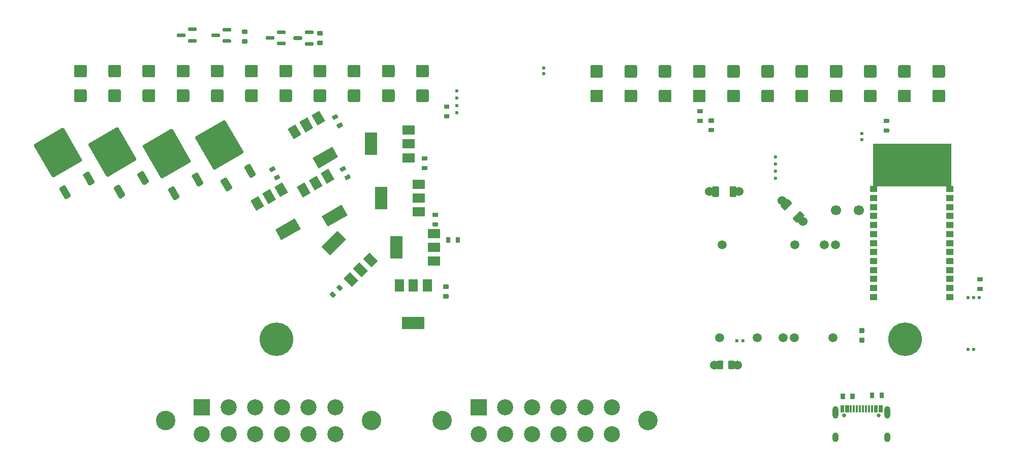
<source format=gts>
G04 #@! TF.GenerationSoftware,KiCad,Pcbnew,7.0.9-7.0.9~ubuntu22.04.1*
G04 #@! TF.CreationDate,2023-12-28T08:03:04+00:00*
G04 #@! TF.ProjectId,uaeficopiedtovfr,75616566-6963-46f7-9069-6564746f7666,rev?*
G04 #@! TF.SameCoordinates,Original*
G04 #@! TF.FileFunction,Soldermask,Top*
G04 #@! TF.FilePolarity,Negative*
%FSLAX46Y46*%
G04 Gerber Fmt 4.6, Leading zero omitted, Abs format (unit mm)*
G04 Created by KiCad (PCBNEW 7.0.9-7.0.9~ubuntu22.04.1) date 2023-12-28 08:03:04*
%MOMM*%
%LPD*%
G01*
G04 APERTURE LIST*
%ADD10C,0.120000*%
%ADD11C,1.524000*%
%ADD12R,2.000000X1.500000*%
%ADD13R,2.000000X3.800000*%
%ADD14R,2.682000X2.682000*%
%ADD15C,2.682000*%
%ADD16C,3.240000*%
%ADD17C,5.600000*%
%ADD18C,0.600000*%
%ADD19R,1.500000X2.000000*%
%ADD20R,3.800000X2.000000*%
%ADD21C,1.500000*%
%ADD22C,1.700000*%
%ADD23C,0.650000*%
%ADD24R,0.300000X1.150000*%
%ADD25O,1.000000X2.100000*%
%ADD26O,1.000000X1.600000*%
%ADD27R,1.300000X1.000000*%
G04 APERTURE END LIST*
G04 #@! TO.C,U2*
D10*
X153712500Y45175000D02*
X140712500Y45175000D01*
X140712500Y52175000D01*
X153712500Y52175000D01*
X153712500Y45175000D01*
G36*
X153712500Y45175000D02*
G01*
X140712500Y45175000D01*
X140712500Y52175000D01*
X153712500Y52175000D01*
X153712500Y45175000D01*
G37*
G04 #@! TD*
D11*
G04 #@! TO.C,R4*
X118105000Y15275000D03*
G36*
G01*
X117650001Y15900000D02*
X117650001Y14650000D01*
G75*
G02*
X117550001Y14550000I-100000J0D01*
G01*
X116750001Y14550000D01*
G75*
G02*
X116650001Y14650000I0J100000D01*
G01*
X116650001Y15900000D01*
G75*
G02*
X116750001Y16000000I100000J0D01*
G01*
X117550001Y16000000D01*
G75*
G02*
X117650001Y15900000I0J-100000D01*
G01*
G37*
G36*
G01*
X115749979Y15900000D02*
X115749979Y14650000D01*
G75*
G02*
X115649979Y14550000I-100000J0D01*
G01*
X114849979Y14550000D01*
G75*
G02*
X114749979Y14650000I0J100000D01*
G01*
X114749979Y15900000D01*
G75*
G02*
X114849979Y16000000I100000J0D01*
G01*
X115649979Y16000000D01*
G75*
G02*
X115749979Y15900000I0J-100000D01*
G01*
G37*
X114295000Y15275000D03*
G04 #@! TD*
G04 #@! TO.C,R1*
G36*
G01*
X142560000Y56325000D02*
X143340000Y56325000D01*
G75*
G02*
X143410000Y56255000I0J-70000D01*
G01*
X143410000Y55695000D01*
G75*
G02*
X143340000Y55625000I-70000J0D01*
G01*
X142560000Y55625000D01*
G75*
G02*
X142490000Y55695000I0J70000D01*
G01*
X142490000Y56255000D01*
G75*
G02*
X142560000Y56325000I70000J0D01*
G01*
G37*
G36*
G01*
X142560000Y54725000D02*
X143340000Y54725000D01*
G75*
G02*
X143410000Y54655000I0J-70000D01*
G01*
X143410000Y54095000D01*
G75*
G02*
X143340000Y54025000I-70000J0D01*
G01*
X142560000Y54025000D01*
G75*
G02*
X142490000Y54095000I0J70000D01*
G01*
X142490000Y54655000D01*
G75*
G02*
X142560000Y54725000I70000J0D01*
G01*
G37*
G04 #@! TD*
D12*
G04 #@! TO.C,Q14*
X67600000Y32575000D03*
X67600000Y34875000D03*
X67600000Y37175000D03*
D13*
X61300000Y34875000D03*
G04 #@! TD*
D14*
G04 #@! TO.C,J4*
X75010000Y8225000D03*
D15*
X79460000Y8225000D03*
X83900000Y8225000D03*
X88350000Y8225000D03*
X92790000Y8225000D03*
X97240000Y8225000D03*
X97240000Y3775000D03*
X92790000Y3775000D03*
X88350000Y3775000D03*
X83900000Y3775000D03*
X79460000Y3775000D03*
X75010000Y3775000D03*
D16*
X68975000Y5995000D03*
X103265000Y5995000D03*
G04 #@! TD*
D17*
G04 #@! TO.C,H2*
X41350000Y19550000D03*
G04 #@! TD*
G04 #@! TO.C,Q8*
G36*
X48717339Y47244005D02*
G01*
X50016377Y47994005D01*
X51016377Y46261955D01*
X49717339Y45511955D01*
X48717339Y47244005D01*
G37*
G36*
X46725481Y46094005D02*
G01*
X48024519Y46844005D01*
X49024519Y45111955D01*
X47725481Y44361955D01*
X46725481Y46094005D01*
G37*
G36*
X44733623Y44944005D02*
G01*
X46032661Y45694005D01*
X47032661Y43961955D01*
X45733623Y43211955D01*
X44733623Y44944005D01*
G37*
G36*
X48879552Y40063045D02*
G01*
X52170448Y41963045D01*
X53170448Y40230995D01*
X49879552Y38330995D01*
X48879552Y40063045D01*
G37*
G04 #@! TD*
G04 #@! TO.C,R8*
G36*
G01*
X142550000Y10615000D02*
X142550000Y9835000D01*
G75*
G02*
X142480000Y9765000I-70000J0D01*
G01*
X141920000Y9765000D01*
G75*
G02*
X141850000Y9835000I0J70000D01*
G01*
X141850000Y10615000D01*
G75*
G02*
X141920000Y10685000I70000J0D01*
G01*
X142480000Y10685000D01*
G75*
G02*
X142550000Y10615000I0J-70000D01*
G01*
G37*
G36*
G01*
X140950000Y10615000D02*
X140950000Y9835000D01*
G75*
G02*
X140880000Y9765000I-70000J0D01*
G01*
X140320000Y9765000D01*
G75*
G02*
X140250000Y9835000I0J70000D01*
G01*
X140250000Y10615000D01*
G75*
G02*
X140320000Y10685000I70000J0D01*
G01*
X140880000Y10685000D01*
G75*
G02*
X140950000Y10615000I0J-70000D01*
G01*
G37*
G04 #@! TD*
G04 #@! TO.C,Q10*
G36*
X54965864Y29367105D02*
G01*
X53905204Y28306445D01*
X52490990Y29720659D01*
X53551650Y30781319D01*
X54965864Y29367105D01*
G37*
G36*
X56592209Y30993451D02*
G01*
X55531549Y29932791D01*
X54117335Y31347005D01*
X55177995Y32407665D01*
X56592209Y30993451D01*
G37*
G36*
X58218555Y32619796D02*
G01*
X57157895Y31559136D01*
X55743681Y32973350D01*
X56804341Y34034010D01*
X58218555Y32619796D01*
G37*
G36*
X52950610Y36261396D02*
G01*
X50263604Y33574390D01*
X48849390Y34988604D01*
X51536396Y37675610D01*
X52950610Y36261396D01*
G37*
G04 #@! TD*
G04 #@! TO.C,R32*
G36*
G01*
X69940000Y26375000D02*
X69160000Y26375000D01*
G75*
G02*
X69090000Y26445000I0J70000D01*
G01*
X69090000Y27005000D01*
G75*
G02*
X69160000Y27075000I70000J0D01*
G01*
X69940000Y27075000D01*
G75*
G02*
X70010000Y27005000I0J-70000D01*
G01*
X70010000Y26445000D01*
G75*
G02*
X69940000Y26375000I-70000J0D01*
G01*
G37*
G36*
G01*
X69940000Y27975000D02*
X69160000Y27975000D01*
G75*
G02*
X69090000Y28045000I0J70000D01*
G01*
X69090000Y28605000D01*
G75*
G02*
X69160000Y28675000I70000J0D01*
G01*
X69940000Y28675000D01*
G75*
G02*
X70010000Y28605000I0J-70000D01*
G01*
X70010000Y28045000D01*
G75*
G02*
X69940000Y27975000I-70000J0D01*
G01*
G37*
G04 #@! TD*
D18*
G04 #@! TO.C,M2*
X156575002Y26550000D03*
X157525002Y26550000D03*
X158475000Y26550000D03*
X157475002Y17850000D03*
X156575002Y17850000D03*
G04 #@! TD*
G04 #@! TO.C,M3*
X71425000Y59750000D03*
X71425000Y60950000D03*
X71425000Y58550000D03*
X71425000Y57350000D03*
X85850000Y63810000D03*
X85850000Y64810000D03*
G04 #@! TD*
G04 #@! TO.C,R2*
G36*
G01*
X112290000Y55625000D02*
X111510000Y55625000D01*
G75*
G02*
X111440000Y55695000I0J70000D01*
G01*
X111440000Y56255000D01*
G75*
G02*
X111510000Y56325000I70000J0D01*
G01*
X112290000Y56325000D01*
G75*
G02*
X112360000Y56255000I0J-70000D01*
G01*
X112360000Y55695000D01*
G75*
G02*
X112290000Y55625000I-70000J0D01*
G01*
G37*
G36*
G01*
X112290000Y57225000D02*
X111510000Y57225000D01*
G75*
G02*
X111440000Y57295000I0J70000D01*
G01*
X111440000Y57855000D01*
G75*
G02*
X111510000Y57925000I70000J0D01*
G01*
X112290000Y57925000D01*
G75*
G02*
X112360000Y57855000I0J-70000D01*
G01*
X112360000Y57295000D01*
G75*
G02*
X112290000Y57225000I-70000J0D01*
G01*
G37*
G04 #@! TD*
G04 #@! TO.C,R31*
G36*
G01*
X68190000Y38375000D02*
X67410000Y38375000D01*
G75*
G02*
X67340000Y38445000I0J70000D01*
G01*
X67340000Y39005000D01*
G75*
G02*
X67410000Y39075000I70000J0D01*
G01*
X68190000Y39075000D01*
G75*
G02*
X68260000Y39005000I0J-70000D01*
G01*
X68260000Y38445000D01*
G75*
G02*
X68190000Y38375000I-70000J0D01*
G01*
G37*
G36*
G01*
X68190000Y39975000D02*
X67410000Y39975000D01*
G75*
G02*
X67340000Y40045000I0J70000D01*
G01*
X67340000Y40605000D01*
G75*
G02*
X67410000Y40675000I70000J0D01*
G01*
X68190000Y40675000D01*
G75*
G02*
X68260000Y40605000I0J-70000D01*
G01*
X68260000Y40045000D01*
G75*
G02*
X68190000Y39975000I-70000J0D01*
G01*
G37*
G04 #@! TD*
G04 #@! TO.C,R23*
G36*
G01*
X40137250Y48025929D02*
X40812750Y48415929D01*
G75*
G02*
X40908372Y48390307I35000J-60622D01*
G01*
X41188372Y47905333D01*
G75*
G02*
X41162750Y47809711I-60622J-35000D01*
G01*
X40487250Y47419711D01*
G75*
G02*
X40391628Y47445333I-35000J60622D01*
G01*
X40111628Y47930307D01*
G75*
G02*
X40137250Y48025929I60622J35000D01*
G01*
G37*
G36*
G01*
X40937250Y46640289D02*
X41612750Y47030289D01*
G75*
G02*
X41708372Y47004667I35000J-60622D01*
G01*
X41988372Y46519693D01*
G75*
G02*
X41962750Y46424071I-60622J-35000D01*
G01*
X41287250Y46034071D01*
G75*
G02*
X41191628Y46059693I-35000J60622D01*
G01*
X40911628Y46544667D01*
G75*
G02*
X40937250Y46640289I60622J35000D01*
G01*
G37*
G04 #@! TD*
D19*
G04 #@! TO.C,Q16*
X66450000Y28575000D03*
X64150000Y28575000D03*
X61850000Y28575000D03*
D20*
X64150000Y22275000D03*
G04 #@! TD*
G04 #@! TO.C,Q9*
G36*
X40967339Y44994005D02*
G01*
X42266377Y45744005D01*
X43266377Y44011955D01*
X41967339Y43261955D01*
X40967339Y44994005D01*
G37*
G36*
X38975481Y43844005D02*
G01*
X40274519Y44594005D01*
X41274519Y42861955D01*
X39975481Y42111955D01*
X38975481Y43844005D01*
G37*
G36*
X36983623Y42694005D02*
G01*
X38282661Y43444005D01*
X39282661Y41711955D01*
X37983623Y40961955D01*
X36983623Y42694005D01*
G37*
G36*
X41129552Y37813045D02*
G01*
X44420448Y39713045D01*
X45420448Y37980995D01*
X42129552Y36080995D01*
X41129552Y37813045D01*
G37*
G04 #@! TD*
D21*
G04 #@! TO.C,M1*
X134024999Y19800005D03*
X127625002Y19800005D03*
X125724999Y19800005D03*
X121424999Y19800005D03*
D18*
X119025002Y19350006D03*
X118025001Y19350006D03*
D21*
X115174999Y19800005D03*
X134475001Y35300002D03*
X132625002Y35300002D03*
X127674999Y35300002D03*
X115625001Y35300002D03*
G04 #@! TD*
D12*
G04 #@! TO.C,Q13*
X63350000Y49825000D03*
X63350000Y52125000D03*
X63350000Y54425000D03*
D13*
X57050000Y52125000D03*
G04 #@! TD*
G04 #@! TO.C,R26*
G36*
G01*
X36440000Y68875000D02*
X35660000Y68875000D01*
G75*
G02*
X35590000Y68945000I0J70000D01*
G01*
X35590000Y69505000D01*
G75*
G02*
X35660000Y69575000I70000J0D01*
G01*
X36440000Y69575000D01*
G75*
G02*
X36510000Y69505000I0J-70000D01*
G01*
X36510000Y68945000D01*
G75*
G02*
X36440000Y68875000I-70000J0D01*
G01*
G37*
G36*
G01*
X36440000Y70475000D02*
X35660000Y70475000D01*
G75*
G02*
X35590000Y70545000I0J70000D01*
G01*
X35590000Y71105000D01*
G75*
G02*
X35660000Y71175000I70000J0D01*
G01*
X36440000Y71175000D01*
G75*
G02*
X36510000Y71105000I0J-70000D01*
G01*
X36510000Y70545000D01*
G75*
G02*
X36440000Y70475000I-70000J0D01*
G01*
G37*
G04 #@! TD*
G04 #@! TO.C,C1*
G36*
G01*
X139190000Y19009999D02*
X138510000Y19009999D01*
G75*
G02*
X138425000Y19094999I0J85000D01*
G01*
X138425000Y19774999D01*
G75*
G02*
X138510000Y19859999I85000J0D01*
G01*
X139190000Y19859999D01*
G75*
G02*
X139275000Y19774999I0J-85000D01*
G01*
X139275000Y19094999D01*
G75*
G02*
X139190000Y19009999I-85000J0D01*
G01*
G37*
G36*
G01*
X139190000Y20590001D02*
X138510000Y20590001D01*
G75*
G02*
X138425000Y20675001I0J85000D01*
G01*
X138425000Y21355001D01*
G75*
G02*
X138510000Y21440001I85000J0D01*
G01*
X139190000Y21440001D01*
G75*
G02*
X139275000Y21355001I0J-85000D01*
G01*
X139275000Y20675001D01*
G75*
G02*
X139190000Y20590001I-85000J0D01*
G01*
G37*
G04 #@! TD*
G04 #@! TO.C,Q7*
G36*
X47167339Y56944005D02*
G01*
X48466377Y57694005D01*
X49466377Y55961955D01*
X48167339Y55211955D01*
X47167339Y56944005D01*
G37*
G36*
X45175481Y55794005D02*
G01*
X46474519Y56544005D01*
X47474519Y54811955D01*
X46175481Y54061955D01*
X45175481Y55794005D01*
G37*
G36*
X43183623Y54644005D02*
G01*
X44482661Y55394005D01*
X45482661Y53661955D01*
X44183623Y52911955D01*
X43183623Y54644005D01*
G37*
G36*
X47329552Y49763045D02*
G01*
X50620448Y51663045D01*
X51620448Y49930995D01*
X48329552Y48030995D01*
X47329552Y49763045D01*
G37*
G04 #@! TD*
G04 #@! TO.C,R30*
G36*
G01*
X69600000Y35735000D02*
X69600000Y36515000D01*
G75*
G02*
X69670000Y36585000I70000J0D01*
G01*
X70230000Y36585000D01*
G75*
G02*
X70300000Y36515000I0J-70000D01*
G01*
X70300000Y35735000D01*
G75*
G02*
X70230000Y35665000I-70000J0D01*
G01*
X69670000Y35665000D01*
G75*
G02*
X69600000Y35735000I0J70000D01*
G01*
G37*
G36*
G01*
X71200000Y35735000D02*
X71200000Y36515000D01*
G75*
G02*
X71270000Y36585000I70000J0D01*
G01*
X71830000Y36585000D01*
G75*
G02*
X71900000Y36515000I0J-70000D01*
G01*
X71900000Y35735000D01*
G75*
G02*
X71830000Y35665000I-70000J0D01*
G01*
X71270000Y35665000D01*
G75*
G02*
X71200000Y35735000I0J70000D01*
G01*
G37*
G04 #@! TD*
G04 #@! TO.C,U1*
G36*
G01*
X64625000Y59375001D02*
X64625000Y60974999D01*
G75*
G02*
X64875001Y61225000I250001J0D01*
G01*
X66474999Y61225000D01*
G75*
G02*
X66725000Y60974999I0J-250001D01*
G01*
X66725000Y59375001D01*
G75*
G02*
X66474999Y59125000I-250001J0D01*
G01*
X64875001Y59125000D01*
G75*
G02*
X64625000Y59375001I0J250001D01*
G01*
G37*
G36*
G01*
X58925000Y59375001D02*
X58925000Y60974999D01*
G75*
G02*
X59175001Y61225000I250001J0D01*
G01*
X60774999Y61225000D01*
G75*
G02*
X61025000Y60974999I0J-250001D01*
G01*
X61025000Y59375001D01*
G75*
G02*
X60774999Y59125000I-250001J0D01*
G01*
X59175001Y59125000D01*
G75*
G02*
X58925000Y59375001I0J250001D01*
G01*
G37*
G36*
G01*
X53225000Y59375001D02*
X53225000Y60974999D01*
G75*
G02*
X53475001Y61225000I250001J0D01*
G01*
X55074999Y61225000D01*
G75*
G02*
X55325000Y60974999I0J-250001D01*
G01*
X55325000Y59375001D01*
G75*
G02*
X55074999Y59125000I-250001J0D01*
G01*
X53475001Y59125000D01*
G75*
G02*
X53225000Y59375001I0J250001D01*
G01*
G37*
G36*
G01*
X47525000Y59375001D02*
X47525000Y60974999D01*
G75*
G02*
X47775001Y61225000I250001J0D01*
G01*
X49374999Y61225000D01*
G75*
G02*
X49625000Y60974999I0J-250001D01*
G01*
X49625000Y59375001D01*
G75*
G02*
X49374999Y59125000I-250001J0D01*
G01*
X47775001Y59125000D01*
G75*
G02*
X47525000Y59375001I0J250001D01*
G01*
G37*
G36*
G01*
X41825000Y59375001D02*
X41825000Y60974999D01*
G75*
G02*
X42075001Y61225000I250001J0D01*
G01*
X43674999Y61225000D01*
G75*
G02*
X43925000Y60974999I0J-250001D01*
G01*
X43925000Y59375001D01*
G75*
G02*
X43674999Y59125000I-250001J0D01*
G01*
X42075001Y59125000D01*
G75*
G02*
X41825000Y59375001I0J250001D01*
G01*
G37*
G36*
G01*
X36125000Y59375001D02*
X36125000Y60974999D01*
G75*
G02*
X36375001Y61225000I250001J0D01*
G01*
X37974999Y61225000D01*
G75*
G02*
X38225000Y60974999I0J-250001D01*
G01*
X38225000Y59375001D01*
G75*
G02*
X37974999Y59125000I-250001J0D01*
G01*
X36375001Y59125000D01*
G75*
G02*
X36125000Y59375001I0J250001D01*
G01*
G37*
G36*
G01*
X30425000Y59375001D02*
X30425000Y60974999D01*
G75*
G02*
X30675001Y61225000I250001J0D01*
G01*
X32274999Y61225000D01*
G75*
G02*
X32525000Y60974999I0J-250001D01*
G01*
X32525000Y59375001D01*
G75*
G02*
X32274999Y59125000I-250001J0D01*
G01*
X30675001Y59125000D01*
G75*
G02*
X30425000Y59375001I0J250001D01*
G01*
G37*
G36*
G01*
X24725000Y59375001D02*
X24725000Y60974999D01*
G75*
G02*
X24975001Y61225000I250001J0D01*
G01*
X26574999Y61225000D01*
G75*
G02*
X26825000Y60974999I0J-250001D01*
G01*
X26825000Y59375001D01*
G75*
G02*
X26574999Y59125000I-250001J0D01*
G01*
X24975001Y59125000D01*
G75*
G02*
X24725000Y59375001I0J250001D01*
G01*
G37*
G36*
G01*
X19025000Y59375001D02*
X19025000Y60974999D01*
G75*
G02*
X19275001Y61225000I250001J0D01*
G01*
X20874999Y61225000D01*
G75*
G02*
X21125000Y60974999I0J-250001D01*
G01*
X21125000Y59375001D01*
G75*
G02*
X20874999Y59125000I-250001J0D01*
G01*
X19275001Y59125000D01*
G75*
G02*
X19025000Y59375001I0J250001D01*
G01*
G37*
G36*
G01*
X13325000Y59375001D02*
X13325000Y60974999D01*
G75*
G02*
X13575001Y61225000I250001J0D01*
G01*
X15174999Y61225000D01*
G75*
G02*
X15425000Y60974999I0J-250001D01*
G01*
X15425000Y59375001D01*
G75*
G02*
X15174999Y59125000I-250001J0D01*
G01*
X13575001Y59125000D01*
G75*
G02*
X13325000Y59375001I0J250001D01*
G01*
G37*
G36*
G01*
X7625000Y59375001D02*
X7625000Y60974999D01*
G75*
G02*
X7875001Y61225000I250001J0D01*
G01*
X9474999Y61225000D01*
G75*
G02*
X9725000Y60974999I0J-250001D01*
G01*
X9725000Y59375001D01*
G75*
G02*
X9474999Y59125000I-250001J0D01*
G01*
X7875001Y59125000D01*
G75*
G02*
X7625000Y59375001I0J250001D01*
G01*
G37*
G36*
G01*
X64625000Y63475001D02*
X64625000Y65074999D01*
G75*
G02*
X64875001Y65325000I250001J0D01*
G01*
X66474999Y65325000D01*
G75*
G02*
X66725000Y65074999I0J-250001D01*
G01*
X66725000Y63475001D01*
G75*
G02*
X66474999Y63225000I-250001J0D01*
G01*
X64875001Y63225000D01*
G75*
G02*
X64625000Y63475001I0J250001D01*
G01*
G37*
G36*
G01*
X58925000Y63475001D02*
X58925000Y65074999D01*
G75*
G02*
X59175001Y65325000I250001J0D01*
G01*
X60774999Y65325000D01*
G75*
G02*
X61025000Y65074999I0J-250001D01*
G01*
X61025000Y63475001D01*
G75*
G02*
X60774999Y63225000I-250001J0D01*
G01*
X59175001Y63225000D01*
G75*
G02*
X58925000Y63475001I0J250001D01*
G01*
G37*
G36*
G01*
X53225000Y63475001D02*
X53225000Y65074999D01*
G75*
G02*
X53475001Y65325000I250001J0D01*
G01*
X55074999Y65325000D01*
G75*
G02*
X55325000Y65074999I0J-250001D01*
G01*
X55325000Y63475001D01*
G75*
G02*
X55074999Y63225000I-250001J0D01*
G01*
X53475001Y63225000D01*
G75*
G02*
X53225000Y63475001I0J250001D01*
G01*
G37*
G36*
G01*
X47525000Y63475001D02*
X47525000Y65074999D01*
G75*
G02*
X47775001Y65325000I250001J0D01*
G01*
X49374999Y65325000D01*
G75*
G02*
X49625000Y65074999I0J-250001D01*
G01*
X49625000Y63475001D01*
G75*
G02*
X49374999Y63225000I-250001J0D01*
G01*
X47775001Y63225000D01*
G75*
G02*
X47525000Y63475001I0J250001D01*
G01*
G37*
G36*
G01*
X41825000Y63475001D02*
X41825000Y65074999D01*
G75*
G02*
X42075001Y65325000I250001J0D01*
G01*
X43674999Y65325000D01*
G75*
G02*
X43925000Y65074999I0J-250001D01*
G01*
X43925000Y63475001D01*
G75*
G02*
X43674999Y63225000I-250001J0D01*
G01*
X42075001Y63225000D01*
G75*
G02*
X41825000Y63475001I0J250001D01*
G01*
G37*
G36*
G01*
X36125000Y63475001D02*
X36125000Y65074999D01*
G75*
G02*
X36375001Y65325000I250001J0D01*
G01*
X37974999Y65325000D01*
G75*
G02*
X38225000Y65074999I0J-250001D01*
G01*
X38225000Y63475001D01*
G75*
G02*
X37974999Y63225000I-250001J0D01*
G01*
X36375001Y63225000D01*
G75*
G02*
X36125000Y63475001I0J250001D01*
G01*
G37*
G36*
G01*
X30425000Y63475001D02*
X30425000Y65074999D01*
G75*
G02*
X30675001Y65325000I250001J0D01*
G01*
X32274999Y65325000D01*
G75*
G02*
X32525000Y65074999I0J-250001D01*
G01*
X32525000Y63475001D01*
G75*
G02*
X32274999Y63225000I-250001J0D01*
G01*
X30675001Y63225000D01*
G75*
G02*
X30425000Y63475001I0J250001D01*
G01*
G37*
G36*
G01*
X24725000Y63475001D02*
X24725000Y65074999D01*
G75*
G02*
X24975001Y65325000I250001J0D01*
G01*
X26574999Y65325000D01*
G75*
G02*
X26825000Y65074999I0J-250001D01*
G01*
X26825000Y63475001D01*
G75*
G02*
X26574999Y63225000I-250001J0D01*
G01*
X24975001Y63225000D01*
G75*
G02*
X24725000Y63475001I0J250001D01*
G01*
G37*
G36*
G01*
X19025000Y63475001D02*
X19025000Y65074999D01*
G75*
G02*
X19275001Y65325000I250001J0D01*
G01*
X20874999Y65325000D01*
G75*
G02*
X21125000Y65074999I0J-250001D01*
G01*
X21125000Y63475001D01*
G75*
G02*
X20874999Y63225000I-250001J0D01*
G01*
X19275001Y63225000D01*
G75*
G02*
X19025000Y63475001I0J250001D01*
G01*
G37*
G36*
G01*
X13325000Y63475001D02*
X13325000Y65074999D01*
G75*
G02*
X13575001Y65325000I250001J0D01*
G01*
X15174999Y65325000D01*
G75*
G02*
X15425000Y65074999I0J-250001D01*
G01*
X15425000Y63475001D01*
G75*
G02*
X15174999Y63225000I-250001J0D01*
G01*
X13575001Y63225000D01*
G75*
G02*
X13325000Y63475001I0J250001D01*
G01*
G37*
G36*
G01*
X7625000Y63475001D02*
X7625000Y65074999D01*
G75*
G02*
X7875001Y65325000I250001J0D01*
G01*
X9474999Y65325000D01*
G75*
G02*
X9725000Y65074999I0J-250001D01*
G01*
X9725000Y63475001D01*
G75*
G02*
X9474999Y63225000I-250001J0D01*
G01*
X7875001Y63225000D01*
G75*
G02*
X7625000Y63475001I0J250001D01*
G01*
G37*
G36*
G01*
X150625000Y59325001D02*
X150625000Y60924999D01*
G75*
G02*
X150875001Y61175000I250001J0D01*
G01*
X152474999Y61175000D01*
G75*
G02*
X152725000Y60924999I0J-250001D01*
G01*
X152725000Y59325001D01*
G75*
G02*
X152474999Y59075000I-250001J0D01*
G01*
X150875001Y59075000D01*
G75*
G02*
X150625000Y59325001I0J250001D01*
G01*
G37*
G36*
G01*
X144925000Y59325001D02*
X144925000Y60924999D01*
G75*
G02*
X145175001Y61175000I250001J0D01*
G01*
X146774999Y61175000D01*
G75*
G02*
X147025000Y60924999I0J-250001D01*
G01*
X147025000Y59325001D01*
G75*
G02*
X146774999Y59075000I-250001J0D01*
G01*
X145175001Y59075000D01*
G75*
G02*
X144925000Y59325001I0J250001D01*
G01*
G37*
G36*
G01*
X139225000Y59325001D02*
X139225000Y60924999D01*
G75*
G02*
X139475001Y61175000I250001J0D01*
G01*
X141074999Y61175000D01*
G75*
G02*
X141325000Y60924999I0J-250001D01*
G01*
X141325000Y59325001D01*
G75*
G02*
X141074999Y59075000I-250001J0D01*
G01*
X139475001Y59075000D01*
G75*
G02*
X139225000Y59325001I0J250001D01*
G01*
G37*
G36*
G01*
X133525000Y59325001D02*
X133525000Y60924999D01*
G75*
G02*
X133775001Y61175000I250001J0D01*
G01*
X135374999Y61175000D01*
G75*
G02*
X135625000Y60924999I0J-250001D01*
G01*
X135625000Y59325001D01*
G75*
G02*
X135374999Y59075000I-250001J0D01*
G01*
X133775001Y59075000D01*
G75*
G02*
X133525000Y59325001I0J250001D01*
G01*
G37*
G36*
G01*
X127825000Y59325001D02*
X127825000Y60924999D01*
G75*
G02*
X128075001Y61175000I250001J0D01*
G01*
X129674999Y61175000D01*
G75*
G02*
X129925000Y60924999I0J-250001D01*
G01*
X129925000Y59325001D01*
G75*
G02*
X129674999Y59075000I-250001J0D01*
G01*
X128075001Y59075000D01*
G75*
G02*
X127825000Y59325001I0J250001D01*
G01*
G37*
G36*
G01*
X122125000Y59325001D02*
X122125000Y60924999D01*
G75*
G02*
X122375001Y61175000I250001J0D01*
G01*
X123974999Y61175000D01*
G75*
G02*
X124225000Y60924999I0J-250001D01*
G01*
X124225000Y59325001D01*
G75*
G02*
X123974999Y59075000I-250001J0D01*
G01*
X122375001Y59075000D01*
G75*
G02*
X122125000Y59325001I0J250001D01*
G01*
G37*
G36*
G01*
X116425000Y59325001D02*
X116425000Y60924999D01*
G75*
G02*
X116675001Y61175000I250001J0D01*
G01*
X118274999Y61175000D01*
G75*
G02*
X118525000Y60924999I0J-250001D01*
G01*
X118525000Y59325001D01*
G75*
G02*
X118274999Y59075000I-250001J0D01*
G01*
X116675001Y59075000D01*
G75*
G02*
X116425000Y59325001I0J250001D01*
G01*
G37*
G36*
G01*
X110725000Y59325001D02*
X110725000Y60924999D01*
G75*
G02*
X110975001Y61175000I250001J0D01*
G01*
X112574999Y61175000D01*
G75*
G02*
X112825000Y60924999I0J-250001D01*
G01*
X112825000Y59325001D01*
G75*
G02*
X112574999Y59075000I-250001J0D01*
G01*
X110975001Y59075000D01*
G75*
G02*
X110725000Y59325001I0J250001D01*
G01*
G37*
G36*
G01*
X105025000Y59325001D02*
X105025000Y60924999D01*
G75*
G02*
X105275001Y61175000I250001J0D01*
G01*
X106874999Y61175000D01*
G75*
G02*
X107125000Y60924999I0J-250001D01*
G01*
X107125000Y59325001D01*
G75*
G02*
X106874999Y59075000I-250001J0D01*
G01*
X105275001Y59075000D01*
G75*
G02*
X105025000Y59325001I0J250001D01*
G01*
G37*
G36*
G01*
X99325000Y59325001D02*
X99325000Y60924999D01*
G75*
G02*
X99575001Y61175000I250001J0D01*
G01*
X101174999Y61175000D01*
G75*
G02*
X101425000Y60924999I0J-250001D01*
G01*
X101425000Y59325001D01*
G75*
G02*
X101174999Y59075000I-250001J0D01*
G01*
X99575001Y59075000D01*
G75*
G02*
X99325000Y59325001I0J250001D01*
G01*
G37*
G36*
G01*
X93625000Y59325001D02*
X93625000Y60924999D01*
G75*
G02*
X93875001Y61175000I250001J0D01*
G01*
X95474999Y61175000D01*
G75*
G02*
X95725000Y60924999I0J-250001D01*
G01*
X95725000Y59325001D01*
G75*
G02*
X95474999Y59075000I-250001J0D01*
G01*
X93875001Y59075000D01*
G75*
G02*
X93625000Y59325001I0J250001D01*
G01*
G37*
G36*
G01*
X150625000Y63425001D02*
X150625000Y65024999D01*
G75*
G02*
X150875001Y65275000I250001J0D01*
G01*
X152474999Y65275000D01*
G75*
G02*
X152725000Y65024999I0J-250001D01*
G01*
X152725000Y63425001D01*
G75*
G02*
X152474999Y63175000I-250001J0D01*
G01*
X150875001Y63175000D01*
G75*
G02*
X150625000Y63425001I0J250001D01*
G01*
G37*
G36*
G01*
X144925000Y63425001D02*
X144925000Y65024999D01*
G75*
G02*
X145175001Y65275000I250001J0D01*
G01*
X146774999Y65275000D01*
G75*
G02*
X147025000Y65024999I0J-250001D01*
G01*
X147025000Y63425001D01*
G75*
G02*
X146774999Y63175000I-250001J0D01*
G01*
X145175001Y63175000D01*
G75*
G02*
X144925000Y63425001I0J250001D01*
G01*
G37*
G36*
G01*
X139225000Y63425001D02*
X139225000Y65024999D01*
G75*
G02*
X139475001Y65275000I250001J0D01*
G01*
X141074999Y65275000D01*
G75*
G02*
X141325000Y65024999I0J-250001D01*
G01*
X141325000Y63425001D01*
G75*
G02*
X141074999Y63175000I-250001J0D01*
G01*
X139475001Y63175000D01*
G75*
G02*
X139225000Y63425001I0J250001D01*
G01*
G37*
G36*
G01*
X133525000Y63425001D02*
X133525000Y65024999D01*
G75*
G02*
X133775001Y65275000I250001J0D01*
G01*
X135374999Y65275000D01*
G75*
G02*
X135625000Y65024999I0J-250001D01*
G01*
X135625000Y63425001D01*
G75*
G02*
X135374999Y63175000I-250001J0D01*
G01*
X133775001Y63175000D01*
G75*
G02*
X133525000Y63425001I0J250001D01*
G01*
G37*
G36*
G01*
X127825000Y63425001D02*
X127825000Y65024999D01*
G75*
G02*
X128075001Y65275000I250001J0D01*
G01*
X129674999Y65275000D01*
G75*
G02*
X129925000Y65024999I0J-250001D01*
G01*
X129925000Y63425001D01*
G75*
G02*
X129674999Y63175000I-250001J0D01*
G01*
X128075001Y63175000D01*
G75*
G02*
X127825000Y63425001I0J250001D01*
G01*
G37*
G36*
G01*
X122125000Y63425001D02*
X122125000Y65024999D01*
G75*
G02*
X122375001Y65275000I250001J0D01*
G01*
X123974999Y65275000D01*
G75*
G02*
X124225000Y65024999I0J-250001D01*
G01*
X124225000Y63425001D01*
G75*
G02*
X123974999Y63175000I-250001J0D01*
G01*
X122375001Y63175000D01*
G75*
G02*
X122125000Y63425001I0J250001D01*
G01*
G37*
G36*
G01*
X116425000Y63425001D02*
X116425000Y65024999D01*
G75*
G02*
X116675001Y65275000I250001J0D01*
G01*
X118274999Y65275000D01*
G75*
G02*
X118525000Y65024999I0J-250001D01*
G01*
X118525000Y63425001D01*
G75*
G02*
X118274999Y63175000I-250001J0D01*
G01*
X116675001Y63175000D01*
G75*
G02*
X116425000Y63425001I0J250001D01*
G01*
G37*
G36*
G01*
X110725000Y63425001D02*
X110725000Y65024999D01*
G75*
G02*
X110975001Y65275000I250001J0D01*
G01*
X112574999Y65275000D01*
G75*
G02*
X112825000Y65024999I0J-250001D01*
G01*
X112825000Y63425001D01*
G75*
G02*
X112574999Y63175000I-250001J0D01*
G01*
X110975001Y63175000D01*
G75*
G02*
X110725000Y63425001I0J250001D01*
G01*
G37*
G36*
G01*
X105025000Y63425001D02*
X105025000Y65024999D01*
G75*
G02*
X105275001Y65275000I250001J0D01*
G01*
X106874999Y65275000D01*
G75*
G02*
X107125000Y65024999I0J-250001D01*
G01*
X107125000Y63425001D01*
G75*
G02*
X106874999Y63175000I-250001J0D01*
G01*
X105275001Y63175000D01*
G75*
G02*
X105025000Y63425001I0J250001D01*
G01*
G37*
G36*
G01*
X99325000Y63425001D02*
X99325000Y65024999D01*
G75*
G02*
X99575001Y65275000I250001J0D01*
G01*
X101174999Y65275000D01*
G75*
G02*
X101425000Y65024999I0J-250001D01*
G01*
X101425000Y63425001D01*
G75*
G02*
X101174999Y63175000I-250001J0D01*
G01*
X99575001Y63175000D01*
G75*
G02*
X99325000Y63425001I0J250001D01*
G01*
G37*
G36*
G01*
X93625000Y63425001D02*
X93625000Y65024999D01*
G75*
G02*
X93875001Y65275000I250001J0D01*
G01*
X95474999Y65275000D01*
G75*
G02*
X95725000Y65024999I0J-250001D01*
G01*
X95725000Y63425001D01*
G75*
G02*
X95474999Y63175000I-250001J0D01*
G01*
X93875001Y63175000D01*
G75*
G02*
X93625000Y63425001I0J250001D01*
G01*
G37*
G04 #@! TD*
G04 #@! TO.C,R24*
G36*
G01*
X50762600Y26486056D02*
X50211056Y27037600D01*
G75*
G02*
X50211056Y27136594I49497J49497D01*
G01*
X50607036Y27532574D01*
G75*
G02*
X50706030Y27532574I49497J-49497D01*
G01*
X51257574Y26981030D01*
G75*
G02*
X51257574Y26882036I-49497J-49497D01*
G01*
X50861594Y26486056D01*
G75*
G02*
X50762600Y26486056I-49497J49497D01*
G01*
G37*
G36*
G01*
X51893970Y27617426D02*
X51342426Y28168970D01*
G75*
G02*
X51342426Y28267964I49497J49497D01*
G01*
X51738406Y28663944D01*
G75*
G02*
X51837400Y28663944I49497J-49497D01*
G01*
X52388944Y28112400D01*
G75*
G02*
X52388944Y28013406I-49497J-49497D01*
G01*
X51992964Y27617426D01*
G75*
G02*
X51893970Y27617426I-49497J49497D01*
G01*
G37*
G04 #@! TD*
D18*
G04 #@! TO.C,M4*
X124475000Y48800000D03*
X124475000Y50000000D03*
X124475000Y47600000D03*
X124475000Y46400000D03*
X138900000Y52860000D03*
X138900000Y53860000D03*
G04 #@! TD*
D22*
G04 #@! TO.C,P3*
X134550000Y41075000D03*
G04 #@! TD*
D23*
G04 #@! TO.C,J9*
X135910000Y6880000D03*
X141690000Y6880000D03*
D24*
X135450000Y7945000D03*
X136250000Y7945000D03*
X137550000Y7945000D03*
X138550000Y7945000D03*
X139050000Y7945000D03*
X140050000Y7945000D03*
X141350000Y7945000D03*
X142150000Y7945000D03*
X141850000Y7945000D03*
X141050000Y7945000D03*
X140550000Y7945000D03*
X139550000Y7945000D03*
X138050000Y7945000D03*
X137050000Y7945000D03*
X136550000Y7945000D03*
X135750000Y7945000D03*
D25*
X134480000Y7380000D03*
D26*
X134480000Y3200000D03*
D25*
X143120000Y7380000D03*
D26*
X143120000Y3200000D03*
G04 #@! TD*
D17*
G04 #@! TO.C,H1*
X146050000Y19550000D03*
G04 #@! TD*
G04 #@! TO.C,Q3*
G36*
G01*
X25095382Y43138319D02*
X24489164Y42788319D01*
G75*
G02*
X24147658Y42879825I-125000J216506D01*
G01*
X23297658Y44352069D01*
G75*
G02*
X23389164Y44693575I216506J125000D01*
G01*
X23995382Y45043575D01*
G75*
G02*
X24336888Y44952069I125000J-216506D01*
G01*
X25186888Y43479825D01*
G75*
G02*
X25095382Y43138319I-216506J-125000D01*
G01*
G37*
G36*
G01*
X26961781Y49065627D02*
X22371842Y46415624D01*
G75*
G02*
X22030339Y46507129I-124999J216504D01*
G01*
X19080336Y51616684D01*
G75*
G02*
X19171842Y51958187I216504J124999D01*
G01*
X23761781Y54608190D01*
G75*
G02*
X24103283Y54516684I124998J-216504D01*
G01*
X27053286Y49407129D01*
G75*
G02*
X26961781Y49065627I-216504J-124998D01*
G01*
G37*
G36*
G01*
X29044458Y45418319D02*
X28438240Y45068319D01*
G75*
G02*
X28096734Y45159825I-125000J216506D01*
G01*
X27246734Y46632069D01*
G75*
G02*
X27338240Y46973575I216506J125000D01*
G01*
X27944458Y47323575D01*
G75*
G02*
X28285964Y47232069I125000J-216506D01*
G01*
X29135964Y45759825D01*
G75*
G02*
X29044458Y45418319I-216506J-125000D01*
G01*
G37*
G04 #@! TD*
G04 #@! TO.C,D7*
G36*
G01*
X28075000Y69475000D02*
X28075000Y69175000D01*
G75*
G02*
X27925000Y69025000I-150000J0D01*
G01*
X26750000Y69025000D01*
G75*
G02*
X26600000Y69175000I0J150000D01*
G01*
X26600000Y69475000D01*
G75*
G02*
X26750000Y69625000I150000J0D01*
G01*
X27925000Y69625000D01*
G75*
G02*
X28075000Y69475000I0J-150000D01*
G01*
G37*
G36*
G01*
X26200000Y70425000D02*
X26200000Y70125000D01*
G75*
G02*
X26050000Y69975000I-150000J0D01*
G01*
X24875000Y69975000D01*
G75*
G02*
X24725000Y70125000I0J150000D01*
G01*
X24725000Y70425000D01*
G75*
G02*
X24875000Y70575000I150000J0D01*
G01*
X26050000Y70575000D01*
G75*
G02*
X26200000Y70425000I0J-150000D01*
G01*
G37*
G36*
G01*
X28075000Y71375000D02*
X28075000Y71075000D01*
G75*
G02*
X27925000Y70925000I-150000J0D01*
G01*
X26750000Y70925000D01*
G75*
G02*
X26600000Y71075000I0J150000D01*
G01*
X26600000Y71375000D01*
G75*
G02*
X26750000Y71525000I150000J0D01*
G01*
X27925000Y71525000D01*
G75*
G02*
X28075000Y71375000I0J-150000D01*
G01*
G37*
G04 #@! TD*
G04 #@! TO.C,R5*
G36*
G01*
X69310000Y58675000D02*
X70090000Y58675000D01*
G75*
G02*
X70160000Y58605000I0J-70000D01*
G01*
X70160000Y58045000D01*
G75*
G02*
X70090000Y57975000I-70000J0D01*
G01*
X69310000Y57975000D01*
G75*
G02*
X69240000Y58045000I0J70000D01*
G01*
X69240000Y58605000D01*
G75*
G02*
X69310000Y58675000I70000J0D01*
G01*
G37*
G36*
G01*
X69310000Y57075000D02*
X70090000Y57075000D01*
G75*
G02*
X70160000Y57005000I0J-70000D01*
G01*
X70160000Y56445000D01*
G75*
G02*
X70090000Y56375000I-70000J0D01*
G01*
X69310000Y56375000D01*
G75*
G02*
X69240000Y56445000I0J70000D01*
G01*
X69240000Y57005000D01*
G75*
G02*
X69310000Y57075000I70000J0D01*
G01*
G37*
G04 #@! TD*
G04 #@! TO.C,Q1*
G36*
G01*
X33845382Y44588319D02*
X33239164Y44238319D01*
G75*
G02*
X32897658Y44329825I-125000J216506D01*
G01*
X32047658Y45802069D01*
G75*
G02*
X32139164Y46143575I216506J125000D01*
G01*
X32745382Y46493575D01*
G75*
G02*
X33086888Y46402069I125000J-216506D01*
G01*
X33936888Y44929825D01*
G75*
G02*
X33845382Y44588319I-216506J-125000D01*
G01*
G37*
G36*
G01*
X35711781Y50515627D02*
X31121842Y47865624D01*
G75*
G02*
X30780339Y47957129I-124999J216504D01*
G01*
X27830336Y53066684D01*
G75*
G02*
X27921842Y53408187I216504J124999D01*
G01*
X32511781Y56058190D01*
G75*
G02*
X32853283Y55966684I124998J-216504D01*
G01*
X35803286Y50857129D01*
G75*
G02*
X35711781Y50515627I-216504J-124998D01*
G01*
G37*
G36*
G01*
X37794458Y46868319D02*
X37188240Y46518319D01*
G75*
G02*
X36846734Y46609825I-125000J216506D01*
G01*
X35996734Y48082069D01*
G75*
G02*
X36088240Y48423575I216506J125000D01*
G01*
X36694458Y48773575D01*
G75*
G02*
X37035964Y48682069I125000J-216506D01*
G01*
X37885964Y47209825D01*
G75*
G02*
X37794458Y46868319I-216506J-125000D01*
G01*
G37*
G04 #@! TD*
G04 #@! TO.C,R25*
G36*
G01*
X48990000Y68625000D02*
X48210000Y68625000D01*
G75*
G02*
X48140000Y68695000I0J70000D01*
G01*
X48140000Y69255000D01*
G75*
G02*
X48210000Y69325000I70000J0D01*
G01*
X48990000Y69325000D01*
G75*
G02*
X49060000Y69255000I0J-70000D01*
G01*
X49060000Y68695000D01*
G75*
G02*
X48990000Y68625000I-70000J0D01*
G01*
G37*
G36*
G01*
X48990000Y70225000D02*
X48210000Y70225000D01*
G75*
G02*
X48140000Y70295000I0J70000D01*
G01*
X48140000Y70855000D01*
G75*
G02*
X48210000Y70925000I70000J0D01*
G01*
X48990000Y70925000D01*
G75*
G02*
X49060000Y70855000I0J-70000D01*
G01*
X49060000Y70295000D01*
G75*
G02*
X48990000Y70225000I-70000J0D01*
G01*
G37*
G04 #@! TD*
G04 #@! TO.C,R6*
G36*
G01*
X158940000Y27625000D02*
X158160000Y27625000D01*
G75*
G02*
X158090000Y27695000I0J70000D01*
G01*
X158090000Y28255000D01*
G75*
G02*
X158160000Y28325000I70000J0D01*
G01*
X158940000Y28325000D01*
G75*
G02*
X159010000Y28255000I0J-70000D01*
G01*
X159010000Y27695000D01*
G75*
G02*
X158940000Y27625000I-70000J0D01*
G01*
G37*
G36*
G01*
X158940000Y29225000D02*
X158160000Y29225000D01*
G75*
G02*
X158090000Y29295000I0J70000D01*
G01*
X158090000Y29855000D01*
G75*
G02*
X158160000Y29925000I70000J0D01*
G01*
X158940000Y29925000D01*
G75*
G02*
X159010000Y29855000I0J-70000D01*
G01*
X159010000Y29295000D01*
G75*
G02*
X158940000Y29225000I-70000J0D01*
G01*
G37*
G04 #@! TD*
G04 #@! TO.C,Q4*
G36*
G01*
X16028571Y43401412D02*
X15422353Y43051412D01*
G75*
G02*
X15080847Y43142918I-125000J216506D01*
G01*
X14230847Y44615162D01*
G75*
G02*
X14322353Y44956668I216506J125000D01*
G01*
X14928571Y45306668D01*
G75*
G02*
X15270077Y45215162I125000J-216506D01*
G01*
X16120077Y43742918D01*
G75*
G02*
X16028571Y43401412I-216506J-125000D01*
G01*
G37*
G36*
G01*
X17894970Y49328720D02*
X13305031Y46678717D01*
G75*
G02*
X12963528Y46770222I-124999J216504D01*
G01*
X10013525Y51879777D01*
G75*
G02*
X10105031Y52221280I216504J124999D01*
G01*
X14694970Y54871283D01*
G75*
G02*
X15036472Y54779777I124998J-216504D01*
G01*
X17986475Y49670222D01*
G75*
G02*
X17894970Y49328720I-216504J-124998D01*
G01*
G37*
G36*
G01*
X19977647Y45681412D02*
X19371429Y45331412D01*
G75*
G02*
X19029923Y45422918I-125000J216506D01*
G01*
X18179923Y46895162D01*
G75*
G02*
X18271429Y47236668I216506J125000D01*
G01*
X18877647Y47586668D01*
G75*
G02*
X19219153Y47495162I125000J-216506D01*
G01*
X20069153Y46022918D01*
G75*
G02*
X19977647Y45681412I-216506J-125000D01*
G01*
G37*
G04 #@! TD*
G04 #@! TO.C,Q12*
G36*
G01*
X33812500Y69425000D02*
X33812500Y69125000D01*
G75*
G02*
X33662500Y68975000I-150000J0D01*
G01*
X32487500Y68975000D01*
G75*
G02*
X32337500Y69125000I0J150000D01*
G01*
X32337500Y69425000D01*
G75*
G02*
X32487500Y69575000I150000J0D01*
G01*
X33662500Y69575000D01*
G75*
G02*
X33812500Y69425000I0J-150000D01*
G01*
G37*
G36*
G01*
X31937500Y70375000D02*
X31937500Y70075000D01*
G75*
G02*
X31787500Y69925000I-150000J0D01*
G01*
X30612500Y69925000D01*
G75*
G02*
X30462500Y70075000I0J150000D01*
G01*
X30462500Y70375000D01*
G75*
G02*
X30612500Y70525000I150000J0D01*
G01*
X31787500Y70525000D01*
G75*
G02*
X31937500Y70375000I0J-150000D01*
G01*
G37*
G36*
G01*
X33812500Y71325000D02*
X33812500Y71025000D01*
G75*
G02*
X33662500Y70875000I-150000J0D01*
G01*
X32487500Y70875000D01*
G75*
G02*
X32337500Y71025000I0J150000D01*
G01*
X32337500Y71325000D01*
G75*
G02*
X32487500Y71475000I150000J0D01*
G01*
X33662500Y71475000D01*
G75*
G02*
X33812500Y71325000I0J-150000D01*
G01*
G37*
G04 #@! TD*
D22*
G04 #@! TO.C,P4*
X138330000Y41075000D03*
G04 #@! TD*
G04 #@! TO.C,R29*
G36*
G01*
X66390000Y47775000D02*
X65610000Y47775000D01*
G75*
G02*
X65540000Y47845000I0J70000D01*
G01*
X65540000Y48405000D01*
G75*
G02*
X65610000Y48475000I70000J0D01*
G01*
X66390000Y48475000D01*
G75*
G02*
X66460000Y48405000I0J-70000D01*
G01*
X66460000Y47845000D01*
G75*
G02*
X66390000Y47775000I-70000J0D01*
G01*
G37*
G36*
G01*
X66390000Y49375000D02*
X65610000Y49375000D01*
G75*
G02*
X65540000Y49445000I0J70000D01*
G01*
X65540000Y50005000D01*
G75*
G02*
X65610000Y50075000I70000J0D01*
G01*
X66390000Y50075000D01*
G75*
G02*
X66460000Y50005000I0J-70000D01*
G01*
X66460000Y49445000D01*
G75*
G02*
X66390000Y49375000I-70000J0D01*
G01*
G37*
G04 #@! TD*
G04 #@! TO.C,D6*
G36*
G01*
X42875000Y69025000D02*
X42875000Y68725000D01*
G75*
G02*
X42725000Y68575000I-150000J0D01*
G01*
X41550000Y68575000D01*
G75*
G02*
X41400000Y68725000I0J150000D01*
G01*
X41400000Y69025000D01*
G75*
G02*
X41550000Y69175000I150000J0D01*
G01*
X42725000Y69175000D01*
G75*
G02*
X42875000Y69025000I0J-150000D01*
G01*
G37*
G36*
G01*
X41000000Y69975000D02*
X41000000Y69675000D01*
G75*
G02*
X40850000Y69525000I-150000J0D01*
G01*
X39675000Y69525000D01*
G75*
G02*
X39525000Y69675000I0J150000D01*
G01*
X39525000Y69975000D01*
G75*
G02*
X39675000Y70125000I150000J0D01*
G01*
X40850000Y70125000D01*
G75*
G02*
X41000000Y69975000I0J-150000D01*
G01*
G37*
G36*
G01*
X42875000Y70925000D02*
X42875000Y70625000D01*
G75*
G02*
X42725000Y70475000I-150000J0D01*
G01*
X41550000Y70475000D01*
G75*
G02*
X41400000Y70625000I0J150000D01*
G01*
X41400000Y70925000D01*
G75*
G02*
X41550000Y71075000I150000J0D01*
G01*
X42725000Y71075000D01*
G75*
G02*
X42875000Y70925000I0J-150000D01*
G01*
G37*
G04 #@! TD*
D12*
G04 #@! TO.C,Q15*
X65050000Y40825000D03*
X65050000Y43125000D03*
X65050000Y45425000D03*
D13*
X58750000Y43125000D03*
G04 #@! TD*
G04 #@! TO.C,R21*
G36*
G01*
X52412750Y55124071D02*
X51737250Y54734071D01*
G75*
G02*
X51641628Y54759693I-35000J60622D01*
G01*
X51361628Y55244667D01*
G75*
G02*
X51387250Y55340289I60622J35000D01*
G01*
X52062750Y55730289D01*
G75*
G02*
X52158372Y55704667I35000J-60622D01*
G01*
X52438372Y55219693D01*
G75*
G02*
X52412750Y55124071I-60622J-35000D01*
G01*
G37*
G36*
G01*
X51612750Y56509711D02*
X50937250Y56119711D01*
G75*
G02*
X50841628Y56145333I-35000J60622D01*
G01*
X50561628Y56630307D01*
G75*
G02*
X50587250Y56725929I60622J35000D01*
G01*
X51262750Y57115929D01*
G75*
G02*
X51358372Y57090307I35000J-60622D01*
G01*
X51638372Y56605333D01*
G75*
G02*
X51612750Y56509711I-60622J-35000D01*
G01*
G37*
G04 #@! TD*
G04 #@! TO.C,Q11*
G36*
G01*
X47525000Y68975000D02*
X47525000Y68675000D01*
G75*
G02*
X47375000Y68525000I-150000J0D01*
G01*
X46200000Y68525000D01*
G75*
G02*
X46050000Y68675000I0J150000D01*
G01*
X46050000Y68975000D01*
G75*
G02*
X46200000Y69125000I150000J0D01*
G01*
X47375000Y69125000D01*
G75*
G02*
X47525000Y68975000I0J-150000D01*
G01*
G37*
G36*
G01*
X45650000Y69925000D02*
X45650000Y69625000D01*
G75*
G02*
X45500000Y69475000I-150000J0D01*
G01*
X44325000Y69475000D01*
G75*
G02*
X44175000Y69625000I0J150000D01*
G01*
X44175000Y69925000D01*
G75*
G02*
X44325000Y70075000I150000J0D01*
G01*
X45500000Y70075000D01*
G75*
G02*
X45650000Y69925000I0J-150000D01*
G01*
G37*
G36*
G01*
X47525000Y70875000D02*
X47525000Y70575000D01*
G75*
G02*
X47375000Y70425000I-150000J0D01*
G01*
X46200000Y70425000D01*
G75*
G02*
X46050000Y70575000I0J150000D01*
G01*
X46050000Y70875000D01*
G75*
G02*
X46200000Y71025000I150000J0D01*
G01*
X47375000Y71025000D01*
G75*
G02*
X47525000Y70875000I0J-150000D01*
G01*
G37*
G04 #@! TD*
D11*
G04 #@! TO.C,F2*
X113500000Y44175000D03*
G36*
G01*
X114844990Y43275000D02*
X114154990Y43275000D01*
G75*
G02*
X113924990Y43505000I0J230000D01*
G01*
X113924990Y44845000D01*
G75*
G02*
X114154990Y45075000I230000J0D01*
G01*
X114844990Y45075000D01*
G75*
G02*
X115074990Y44845000I0J-230000D01*
G01*
X115074990Y43505000D01*
G75*
G02*
X114844990Y43275000I-230000J0D01*
G01*
G37*
G36*
G01*
X117745010Y43275000D02*
X117055010Y43275000D01*
G75*
G02*
X116825010Y43505000I0J230000D01*
G01*
X116825010Y44845000D01*
G75*
G02*
X117055010Y45075000I230000J0D01*
G01*
X117745010Y45075000D01*
G75*
G02*
X117975010Y44845000I0J-230000D01*
G01*
X117975010Y43505000D01*
G75*
G02*
X117745010Y43275000I-230000J0D01*
G01*
G37*
X118400000Y44175000D03*
G04 #@! TD*
D27*
G04 #@! TO.C,U2*
X140862500Y44600000D03*
X140862500Y43100000D03*
X140862500Y41600000D03*
X140862500Y40100000D03*
X140862500Y38600000D03*
X140862500Y37100000D03*
X140862500Y35600000D03*
X140862500Y34100000D03*
X140862500Y32600000D03*
X140862500Y31100000D03*
X140862500Y29600000D03*
X140862500Y28100000D03*
X140862500Y26600000D03*
X153562500Y26600000D03*
X153562500Y28100000D03*
X153562500Y29600000D03*
X153562500Y31100000D03*
X153562500Y32600000D03*
X153562500Y34100000D03*
X153562500Y35600000D03*
X153562500Y37100000D03*
X153562500Y38600000D03*
X153562500Y40100000D03*
X153562500Y41600000D03*
X153562500Y43100000D03*
X153562500Y44600000D03*
G04 #@! TD*
D14*
G04 #@! TO.C,J1*
X28910000Y8225000D03*
D15*
X33360000Y8225000D03*
X37800000Y8225000D03*
X42250000Y8225000D03*
X46690000Y8225000D03*
X51140000Y8225000D03*
X51140000Y3775000D03*
X46690000Y3775000D03*
X42250000Y3775000D03*
X37800000Y3775000D03*
X33360000Y3775000D03*
X28910000Y3775000D03*
D16*
X22875000Y5995000D03*
X57165000Y5995000D03*
G04 #@! TD*
G04 #@! TO.C,Q2*
G36*
G01*
X6978571Y43301412D02*
X6372353Y42951412D01*
G75*
G02*
X6030847Y43042918I-125000J216506D01*
G01*
X5180847Y44515162D01*
G75*
G02*
X5272353Y44856668I216506J125000D01*
G01*
X5878571Y45206668D01*
G75*
G02*
X6220077Y45115162I125000J-216506D01*
G01*
X7070077Y43642918D01*
G75*
G02*
X6978571Y43301412I-216506J-125000D01*
G01*
G37*
G36*
G01*
X8844970Y49228720D02*
X4255031Y46578717D01*
G75*
G02*
X3913528Y46670222I-124999J216504D01*
G01*
X963525Y51779777D01*
G75*
G02*
X1055031Y52121280I216504J124999D01*
G01*
X5644970Y54771283D01*
G75*
G02*
X5986472Y54679777I124998J-216504D01*
G01*
X8936475Y49570222D01*
G75*
G02*
X8844970Y49228720I-216504J-124998D01*
G01*
G37*
G36*
G01*
X10927647Y45581412D02*
X10321429Y45231412D01*
G75*
G02*
X9979923Y45322918I-125000J216506D01*
G01*
X9129923Y46795162D01*
G75*
G02*
X9221429Y47136668I216506J125000D01*
G01*
X9827647Y47486668D01*
G75*
G02*
X10169153Y47395162I125000J-216506D01*
G01*
X11019153Y45922918D01*
G75*
G02*
X10927647Y45581412I-216506J-125000D01*
G01*
G37*
G04 #@! TD*
D11*
G04 #@! TO.C,F1*
X125567588Y42707412D03*
G36*
G01*
X125882243Y41119964D02*
X125394340Y41607867D01*
G75*
G02*
X125394340Y41933137I162635J162635D01*
G01*
X126341863Y42880660D01*
G75*
G02*
X126667133Y42880660I162635J-162635D01*
G01*
X127155036Y42392757D01*
G75*
G02*
X127155036Y42067487I-162635J-162635D01*
G01*
X126207513Y41119964D01*
G75*
G02*
X125882243Y41119964I-162635J162635D01*
G01*
G37*
G36*
G01*
X127932867Y39069340D02*
X127444964Y39557243D01*
G75*
G02*
X127444964Y39882513I162635J162635D01*
G01*
X128392487Y40830036D01*
G75*
G02*
X128717757Y40830036I162635J-162635D01*
G01*
X129205660Y40342133D01*
G75*
G02*
X129205660Y40016863I-162635J-162635D01*
G01*
X128258137Y39069340D01*
G75*
G02*
X127932867Y39069340I-162635J162635D01*
G01*
G37*
X129032412Y39242588D03*
G04 #@! TD*
G04 #@! TO.C,R3*
G36*
G01*
X114190000Y54075000D02*
X113410000Y54075000D01*
G75*
G02*
X113340000Y54145000I0J70000D01*
G01*
X113340000Y54705000D01*
G75*
G02*
X113410000Y54775000I70000J0D01*
G01*
X114190000Y54775000D01*
G75*
G02*
X114260000Y54705000I0J-70000D01*
G01*
X114260000Y54145000D01*
G75*
G02*
X114190000Y54075000I-70000J0D01*
G01*
G37*
G36*
G01*
X114190000Y55675000D02*
X113410000Y55675000D01*
G75*
G02*
X113340000Y55745000I0J70000D01*
G01*
X113340000Y56305000D01*
G75*
G02*
X113410000Y56375000I70000J0D01*
G01*
X114190000Y56375000D01*
G75*
G02*
X114260000Y56305000I0J-70000D01*
G01*
X114260000Y55745000D01*
G75*
G02*
X114190000Y55675000I-70000J0D01*
G01*
G37*
G04 #@! TD*
G04 #@! TO.C,R22*
G36*
G01*
X53712750Y46474071D02*
X53037250Y46084071D01*
G75*
G02*
X52941628Y46109693I-35000J60622D01*
G01*
X52661628Y46594667D01*
G75*
G02*
X52687250Y46690289I60622J35000D01*
G01*
X53362750Y47080289D01*
G75*
G02*
X53458372Y47054667I35000J-60622D01*
G01*
X53738372Y46569693D01*
G75*
G02*
X53712750Y46474071I-60622J-35000D01*
G01*
G37*
G36*
G01*
X52912750Y47859711D02*
X52237250Y47469711D01*
G75*
G02*
X52141628Y47495333I-35000J60622D01*
G01*
X51861628Y47980307D01*
G75*
G02*
X51887250Y48075929I60622J35000D01*
G01*
X52562750Y48465929D01*
G75*
G02*
X52658372Y48440307I35000J-60622D01*
G01*
X52938372Y47955333D01*
G75*
G02*
X52912750Y47859711I-60622J-35000D01*
G01*
G37*
G04 #@! TD*
G04 #@! TO.C,R7*
G36*
G01*
X135350000Y9685000D02*
X135350000Y10465000D01*
G75*
G02*
X135420000Y10535000I70000J0D01*
G01*
X135980000Y10535000D01*
G75*
G02*
X136050000Y10465000I0J-70000D01*
G01*
X136050000Y9685000D01*
G75*
G02*
X135980000Y9615000I-70000J0D01*
G01*
X135420000Y9615000D01*
G75*
G02*
X135350000Y9685000I0J70000D01*
G01*
G37*
G36*
G01*
X136950000Y9685000D02*
X136950000Y10465000D01*
G75*
G02*
X137020000Y10535000I70000J0D01*
G01*
X137580000Y10535000D01*
G75*
G02*
X137650000Y10465000I0J-70000D01*
G01*
X137650000Y9685000D01*
G75*
G02*
X137580000Y9615000I-70000J0D01*
G01*
X137020000Y9615000D01*
G75*
G02*
X136950000Y9685000I0J70000D01*
G01*
G37*
G04 #@! TD*
M02*

</source>
